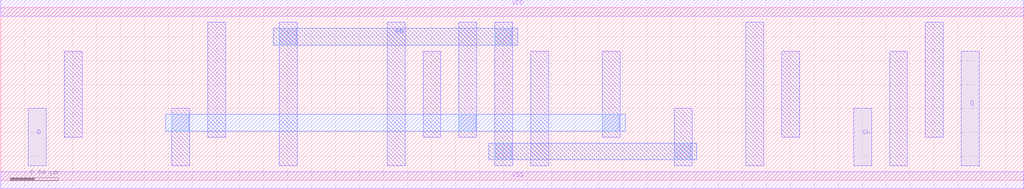
<source format=lef>
VERSION 5.8 ;
BUSBITCHARS "[]" ;
DIVIDERCHAR "/" ;
CLEARANCEMEASURE EUCLIDEAN ;

SITE coresite
    SIZE 0.0450 BY 0.1440 ;
    CLASS CORE ;
    SYMMETRY Y ;
END coresite

MACRO AOI22_X2_6T_3F_45CPP_24M0P_30M1P_24M2P_2MPO_ET_BPR
  CLASS CORE ;
  ORIGIN 0 0 ;
  FOREIGN AOI22_X2_6T_3F_45CPP_24M0P_30M1P_24M2P_2MPO_ET_BPR 0 0 ;
  SIZE 0.4500 BY 0.1440 ;
  SYMMETRY X Y ;
  SITE coresite ;
  PIN A1
    DIRECTION INPUT ;
    USE SIGNAL ;
    PORT
      LAYER M1 ;
        RECT 0.3825 0.0840 0.3975 0.0360 ;
    END
  END A1
  PIN A2
    DIRECTION INPUT ;
    USE SIGNAL ;
    PORT
      LAYER M1 ;
        RECT 0.2625 0.0600 0.2775 0.0120 ;
    END
  END A2
  PIN ZN
    DIRECTION OUTPUT ;
    USE SIGNAL ;
    PORT
      LAYER M1 ;
        RECT 0.3525 0.1320 0.3675 0.0120 ;
    END
  END ZN
  PIN B1
    DIRECTION INPUT ;
    USE SIGNAL ;
    PORT
      LAYER M1 ;
        RECT 0.0525 0.0840 0.0675 0.0360 ;
    END
  END B1
  PIN B2
    DIRECTION INPUT ;
    USE SIGNAL ;
    PORT
      LAYER M1 ;
        RECT 0.1725 0.0600 0.1875 0.0120 ;
    END
  END B2
  PIN VDD
    DIRECTION INOUT ;
    USE POWER ;
    SHAPE ABUTMENT ;
    PORT
      LAYER M0 ;
        RECT 0.0000 0.1370 0.4500 0.1510 ;
    END
  END VDD
  PIN VSS
    DIRECTION INOUT ;
    USE GROUND ;
    SHAPE ABUTMENT ;
    PORT
      LAYER M0 ;
        RECT 0.0000 -0.0070 0.4500 0.0070 ;
    END
  END VSS
  OBS
      LAYER M1 ;
        RECT 0.0225 0.0600 0.0375 0.0120 ;
        RECT 0.2025 0.1320 0.2175 0.0840 ;
        RECT 0.4125 0.0600 0.4275 0.0120 ;
        RECT 0.1425 0.1080 0.1575 0.0600 ;
        RECT 0.0825 0.1080 0.0975 0.0120 ;
        RECT 0.2925 0.1320 0.3075 0.0600 ;
  END
END AOI22_X2_6T_3F_45CPP_24M0P_30M1P_24M2P_2MPO_ET_BPR

MACRO NAND2_X2_6T_3F_45CPP_24M0P_30M1P_24M2P_2MPO_ET_BPR
  CLASS CORE ;
  ORIGIN 0 0 ;
  FOREIGN NAND2_X2_6T_3F_45CPP_24M0P_30M1P_24M2P_2MPO_ET_BPR 0 0 ;
  SIZE 0.2250 BY 0.1440 ;
  SYMMETRY X Y ;
  SITE coresite ;
  PIN A2
    DIRECTION INPUT ;
    USE SIGNAL ;
    PORT
      LAYER M1 ;
        RECT 0.0825 0.0600 0.0975 0.0120 ;
    END
  END A2
  PIN A1
    DIRECTION INPUT ;
    USE SIGNAL ;
    PORT
      LAYER M1 ;
        RECT 0.1725 0.1080 0.1875 0.0600 ;
    END
  END A1
  PIN ZN
    DIRECTION OUTPUT ;
    USE SIGNAL ;
    PORT
      LAYER M1 ;
        RECT 0.1425 0.1080 0.1575 0.0360 ;
    END
  END ZN
  PIN VDD
    DIRECTION INOUT ;
    USE POWER ;
    SHAPE ABUTMENT ;
    PORT
      LAYER M0 ;
        RECT 0.0000 0.1370 0.2250 0.1510 ;
    END
  END VDD
  PIN VSS
    DIRECTION INOUT ;
    USE GROUND ;
    SHAPE ABUTMENT ;
    PORT
      LAYER M0 ;
        RECT 0.0000 -0.0070 0.2250 0.0070 ;
    END
  END VSS
END NAND2_X2_6T_3F_45CPP_24M0P_30M1P_24M2P_2MPO_ET_BPR

MACRO BUF_X2_6T_3F_45CPP_24M0P_30M1P_24M2P_2MPO_ET_BPR
  CLASS CORE ;
  ORIGIN 0 0 ;
  FOREIGN BUF_X2_6T_3F_45CPP_24M0P_30M1P_24M2P_2MPO_ET_BPR 0 0 ;
  SIZE 0.1800 BY 0.1440 ;
  SYMMETRY X Y ;
  SITE coresite ;
  PIN Z
    DIRECTION OUTPUT ;
    USE SIGNAL ;
    PORT
      LAYER M1 ;
        RECT 0.1125 0.1080 0.1275 0.0120 ;
    END
  END Z
  PIN I
    DIRECTION INPUT ;
    USE SIGNAL ;
    PORT
      LAYER M1 ;
        RECT 0.0525 0.0600 0.0675 0.0120 ;
    END
  END I
  PIN VDD
    DIRECTION INOUT ;
    USE POWER ;
    SHAPE ABUTMENT ;
    PORT
      LAYER M0 ;
        RECT 0.0000 0.1370 0.1800 0.1510 ;
    END
  END VDD
  PIN VSS
    DIRECTION INOUT ;
    USE GROUND ;
    SHAPE ABUTMENT ;
    PORT
      LAYER M0 ;
        RECT 0.0000 -0.0070 0.1800 0.0070 ;
    END
  END VSS
  OBS
      LAYER M1 ;
        RECT 0.0225 0.1080 0.0375 0.0360 ;
  END
END BUF_X2_6T_3F_45CPP_24M0P_30M1P_24M2P_2MPO_ET_BPR

MACRO NOR3_X1_6T_3F_45CPP_24M0P_30M1P_24M2P_2MPO_ET_BPR
  CLASS CORE ;
  ORIGIN 0 0 ;
  FOREIGN NOR3_X1_6T_3F_45CPP_24M0P_30M1P_24M2P_2MPO_ET_BPR 0 0 ;
  SIZE 0.1800 BY 0.1440 ;
  SYMMETRY X Y ;
  SITE coresite ;
  PIN A3
    DIRECTION INPUT ;
    USE SIGNAL ;
    PORT
      LAYER M1 ;
        RECT 0.1425 0.0600 0.1575 0.0120 ;
    END
  END A3
  PIN A2
    DIRECTION INPUT ;
    USE SIGNAL ;
    PORT
      LAYER M1 ;
        RECT 0.0825 0.1080 0.0975 0.0600 ;
    END
  END A2
  PIN A1
    DIRECTION INPUT ;
    USE SIGNAL ;
    PORT
      LAYER M1 ;
        RECT 0.0525 0.0600 0.0675 0.0120 ;
    END
  END A1
  PIN ZN
    DIRECTION OUTPUT ;
    USE SIGNAL ;
    PORT
      LAYER M1 ;
        RECT 0.0225 0.1080 0.0375 0.0360 ;
    END
  END ZN
  PIN VDD
    DIRECTION INOUT ;
    USE POWER ;
    SHAPE ABUTMENT ;
    PORT
      LAYER M0 ;
        RECT 0.0000 0.1370 0.1800 0.1510 ;
    END
  END VDD
  PIN VSS
    DIRECTION INOUT ;
    USE GROUND ;
    SHAPE ABUTMENT ;
    PORT
      LAYER M0 ;
        RECT 0.0000 -0.0070 0.1800 0.0070 ;
    END
  END VSS
END NOR3_X1_6T_3F_45CPP_24M0P_30M1P_24M2P_2MPO_ET_BPR

MACRO NAND4_X2_6T_3F_45CPP_24M0P_30M1P_24M2P_2MPO_ET_BPR
  CLASS CORE ;
  ORIGIN 0 0 ;
  FOREIGN NAND4_X2_6T_3F_45CPP_24M0P_30M1P_24M2P_2MPO_ET_BPR 0 0 ;
  SIZE 0.4500 BY 0.1440 ;
  SYMMETRY X Y ;
  SITE coresite ;
  PIN ZN
    DIRECTION OUTPUT ;
    USE SIGNAL ;
    PORT
      LAYER M1 ;
        RECT 0.3525 0.1080 0.3675 0.0120 ;
    END
  END ZN
  PIN A1
    DIRECTION INPUT ;
    USE SIGNAL ;
    PORT
      LAYER M1 ;
        RECT 0.3825 0.0840 0.3975 0.0360 ;
    END
  END A1
  PIN A2
    DIRECTION INPUT ;
    USE SIGNAL ;
    PORT
      LAYER M1 ;
        RECT 0.2625 0.0840 0.2775 0.0360 ;
    END
  END A2
  PIN A3
    DIRECTION INPUT ;
    USE SIGNAL ;
    PORT
      LAYER M1 ;
        RECT 0.0525 0.0840 0.0675 0.0360 ;
    END
  END A3
  PIN A4
    DIRECTION INPUT ;
    USE SIGNAL ;
    PORT
      LAYER M1 ;
        RECT 0.1425 0.0600 0.1575 0.0120 ;
    END
  END A4
  PIN VDD
    DIRECTION INOUT ;
    USE POWER ;
    SHAPE ABUTMENT ;
    PORT
      LAYER M0 ;
        RECT 0.0000 0.1370 0.4500 0.1510 ;
    END
  END VDD
  PIN VSS
    DIRECTION INOUT ;
    USE GROUND ;
    SHAPE ABUTMENT ;
    PORT
      LAYER M0 ;
        RECT 0.0000 -0.0070 0.4500 0.0070 ;
    END
  END VSS
  OBS
      LAYER M1 ;
        RECT 0.0825 0.1320 0.0975 0.0120 ;
        RECT 0.2325 0.1320 0.2475 0.0120 ;
        RECT 0.0225 0.0600 0.0375 0.0120 ;
        RECT 0.4125 0.0600 0.4275 0.0120 ;
  END
END NAND4_X2_6T_3F_45CPP_24M0P_30M1P_24M2P_2MPO_ET_BPR

MACRO AND2_X2_6T_3F_45CPP_24M0P_30M1P_24M2P_2MPO_ET_BPR
  CLASS CORE ;
  ORIGIN 0 0 ;
  FOREIGN AND2_X2_6T_3F_45CPP_24M0P_30M1P_24M2P_2MPO_ET_BPR 0 0 ;
  SIZE 0.2250 BY 0.1440 ;
  SYMMETRY X Y ;
  SITE coresite ;
  PIN Z
    DIRECTION OUTPUT ;
    USE SIGNAL ;
    PORT
      LAYER M1 ;
        RECT 0.1425 0.1080 0.1575 0.0360 ;
    END
  END Z
  PIN A1
    DIRECTION INPUT ;
    USE SIGNAL ;
    PORT
      LAYER M1 ;
        RECT 0.0225 0.0840 0.0375 0.0360 ;
    END
  END A1
  PIN A2
    DIRECTION INPUT ;
    USE SIGNAL ;
    PORT
      LAYER M1 ;
        RECT 0.0825 0.0600 0.0975 0.0120 ;
    END
  END A2
  PIN VDD
    DIRECTION INOUT ;
    USE POWER ;
    SHAPE ABUTMENT ;
    PORT
      LAYER M0 ;
        RECT 0.0000 0.1370 0.2250 0.1510 ;
    END
  END VDD
  PIN VSS
    DIRECTION INOUT ;
    USE GROUND ;
    SHAPE ABUTMENT ;
    PORT
      LAYER M0 ;
        RECT 0.0000 -0.0070 0.2250 0.0070 ;
    END
  END VSS
  OBS
      LAYER M1 ;
        RECT 0.0525 0.1080 0.0675 0.0120 ;
  END
END AND2_X2_6T_3F_45CPP_24M0P_30M1P_24M2P_2MPO_ET_BPR

MACRO OR3_X1_6T_3F_45CPP_24M0P_30M1P_24M2P_2MPO_ET_BPR
  CLASS CORE ;
  ORIGIN 0 0 ;
  FOREIGN OR3_X1_6T_3F_45CPP_24M0P_30M1P_24M2P_2MPO_ET_BPR 0 0 ;
  SIZE 0.2250 BY 0.1440 ;
  SYMMETRY X Y ;
  SITE coresite ;
  PIN Z
    DIRECTION OUTPUT ;
    USE SIGNAL ;
    PORT
      LAYER M1 ;
        RECT 0.1725 0.1080 0.1875 0.0120 ;
    END
  END Z
  PIN A1
    DIRECTION INPUT ;
    USE SIGNAL ;
    PORT
      LAYER M1 ;
        RECT 0.0525 0.0600 0.0675 0.0120 ;
    END
  END A1
  PIN A2
    DIRECTION INPUT ;
    USE SIGNAL ;
    PORT
      LAYER M1 ;
        RECT 0.0825 0.0840 0.0975 0.0360 ;
    END
  END A2
  PIN A3
    DIRECTION INPUT ;
    USE SIGNAL ;
    PORT
      LAYER M1 ;
        RECT 0.1125 0.0600 0.1275 0.0120 ;
    END
  END A3
  PIN VDD
    DIRECTION INOUT ;
    USE POWER ;
    SHAPE ABUTMENT ;
    PORT
      LAYER M0 ;
        RECT 0.0000 0.1370 0.2250 0.1510 ;
    END
  END VDD
  PIN VSS
    DIRECTION INOUT ;
    USE GROUND ;
    SHAPE ABUTMENT ;
    PORT
      LAYER M0 ;
        RECT 0.0000 -0.0070 0.2250 0.0070 ;
    END
  END VSS
  OBS
      LAYER M1 ;
        RECT 0.0225 0.1080 0.0375 0.0360 ;
  END
END OR3_X1_6T_3F_45CPP_24M0P_30M1P_24M2P_2MPO_ET_BPR

MACRO OAI22_X1_6T_3F_45CPP_24M0P_30M1P_24M2P_2MPO_ET_BPR
  CLASS CORE ;
  ORIGIN 0 0 ;
  FOREIGN OAI22_X1_6T_3F_45CPP_24M0P_30M1P_24M2P_2MPO_ET_BPR 0 0 ;
  SIZE 0.2250 BY 0.1440 ;
  SYMMETRY X Y ;
  SITE coresite ;
  PIN A2
    DIRECTION INPUT ;
    USE SIGNAL ;
    PORT
      LAYER M1 ;
        RECT 0.2025 0.0840 0.2175 0.0360 ;
    END
  END A2
  PIN ZN
    DIRECTION OUTPUT ;
    USE SIGNAL ;
    PORT
      LAYER M1 ;
        RECT 0.1725 0.1080 0.1875 0.0360 ;
    END
  END ZN
  PIN A1
    DIRECTION INPUT ;
    USE SIGNAL ;
    PORT
      LAYER M1 ;
        RECT 0.1125 0.0840 0.1275 0.0360 ;
    END
  END A1
  PIN B1
    DIRECTION INPUT ;
    USE SIGNAL ;
    PORT
      LAYER M1 ;
        RECT 0.0825 0.0840 0.0975 0.0360 ;
    END
  END B1
  PIN B2
    DIRECTION INPUT ;
    USE SIGNAL ;
    PORT
      LAYER M1 ;
        RECT 0.0225 0.0600 0.0375 0.0120 ;
    END
  END B2
  PIN VDD
    DIRECTION INOUT ;
    USE POWER ;
    SHAPE ABUTMENT ;
    PORT
      LAYER M0 ;
        RECT 0.0000 0.1370 0.2250 0.1510 ;
    END
  END VDD
  PIN VSS
    DIRECTION INOUT ;
    USE GROUND ;
    SHAPE ABUTMENT ;
    PORT
      LAYER M0 ;
        RECT 0.0000 -0.0070 0.2250 0.0070 ;
    END
  END VSS
END OAI22_X1_6T_3F_45CPP_24M0P_30M1P_24M2P_2MPO_ET_BPR

MACRO NOR4_X1_6T_3F_45CPP_24M0P_30M1P_24M2P_2MPO_ET_BPR
  CLASS CORE ;
  ORIGIN 0 0 ;
  FOREIGN NOR4_X1_6T_3F_45CPP_24M0P_30M1P_24M2P_2MPO_ET_BPR 0 0 ;
  SIZE 0.2250 BY 0.1440 ;
  SYMMETRY X Y ;
  SITE coresite ;
  PIN A4
    DIRECTION INPUT ;
    USE SIGNAL ;
    PORT
      LAYER M1 ;
        RECT 0.1725 0.0600 0.1875 0.0120 ;
    END
  END A4
  PIN A3
    DIRECTION INPUT ;
    USE SIGNAL ;
    PORT
      LAYER M1 ;
        RECT 0.1125 0.0600 0.1275 0.0120 ;
    END
  END A3
  PIN A2
    DIRECTION INPUT ;
    USE SIGNAL ;
    PORT
      LAYER M1 ;
        RECT 0.0825 0.0840 0.0975 0.0360 ;
    END
  END A2
  PIN A1
    DIRECTION INPUT ;
    USE SIGNAL ;
    PORT
      LAYER M1 ;
        RECT 0.0525 0.0600 0.0675 0.0120 ;
    END
  END A1
  PIN ZN
    DIRECTION OUTPUT ;
    USE SIGNAL ;
    PORT
      LAYER M1 ;
        RECT 0.0225 0.1080 0.0375 0.0360 ;
    END
  END ZN
  PIN VDD
    DIRECTION INOUT ;
    USE POWER ;
    SHAPE ABUTMENT ;
    PORT
      LAYER M0 ;
        RECT 0.0000 0.1370 0.2250 0.1510 ;
    END
  END VDD
  PIN VSS
    DIRECTION INOUT ;
    USE GROUND ;
    SHAPE ABUTMENT ;
    PORT
      LAYER M0 ;
        RECT 0.0000 -0.0070 0.2250 0.0070 ;
    END
  END VSS
END NOR4_X1_6T_3F_45CPP_24M0P_30M1P_24M2P_2MPO_ET_BPR

MACRO NAND3_X2_6T_3F_45CPP_24M0P_30M1P_24M2P_2MPO_ET_BPR
  CLASS CORE ;
  ORIGIN 0 0 ;
  FOREIGN NAND3_X2_6T_3F_45CPP_24M0P_30M1P_24M2P_2MPO_ET_BPR 0 0 ;
  SIZE 0.3600 BY 0.1440 ;
  SYMMETRY X Y ;
  SITE coresite ;
  PIN A1
    DIRECTION INPUT ;
    USE SIGNAL ;
    PORT
      LAYER M1 ;
        RECT 0.2325 0.0840 0.2475 0.0360 ;
    END
  END A1
  PIN ZN
    DIRECTION OUTPUT ;
    USE SIGNAL ;
    PORT
      LAYER M1 ;
        RECT 0.2925 0.1320 0.3075 0.0360 ;
    END
  END ZN
  PIN A2
    DIRECTION INPUT ;
    USE SIGNAL ;
    PORT
      LAYER M1 ;
        RECT 0.1425 0.0840 0.1575 0.0360 ;
    END
  END A2
  PIN A3
    DIRECTION INPUT ;
    USE SIGNAL ;
    PORT
      LAYER M1 ;
        RECT 0.0525 0.0840 0.0675 0.0360 ;
    END
  END A3
  PIN VDD
    DIRECTION INOUT ;
    USE POWER ;
    SHAPE ABUTMENT ;
    PORT
      LAYER M0 ;
        RECT 0.0000 0.1370 0.3600 0.1510 ;
    END
  END VDD
  PIN VSS
    DIRECTION INOUT ;
    USE GROUND ;
    SHAPE ABUTMENT ;
    PORT
      LAYER M0 ;
        RECT 0.0000 -0.0070 0.3600 0.0070 ;
    END
  END VSS
  OBS
      LAYER M1 ;
        RECT 0.2625 0.1080 0.2775 0.0120 ;
        RECT 0.1725 0.1080 0.1875 0.0360 ;
  END
END NAND3_X2_6T_3F_45CPP_24M0P_30M1P_24M2P_2MPO_ET_BPR

MACRO OAI21_X2_6T_3F_45CPP_24M0P_30M1P_24M2P_2MPO_ET_BPR
  CLASS CORE ;
  ORIGIN 0 0 ;
  FOREIGN OAI21_X2_6T_3F_45CPP_24M0P_30M1P_24M2P_2MPO_ET_BPR 0 0 ;
  SIZE 0.3600 BY 0.1440 ;
  SYMMETRY X Y ;
  SITE coresite ;
  PIN A2
    DIRECTION INPUT ;
    USE SIGNAL ;
    PORT
      LAYER M1 ;
        RECT 0.0825 0.0840 0.0975 0.0360 ;
    END
  END A2
  PIN A1
    DIRECTION INPUT ;
    USE SIGNAL ;
    PORT
      LAYER M1 ;
        RECT 0.2925 0.0840 0.3075 0.0360 ;
    END
  END A1
  PIN ZN
    DIRECTION OUTPUT ;
    USE SIGNAL ;
    PORT
      LAYER M1 ;
        RECT 0.2625 0.1080 0.2775 0.0120 ;
    END
  END ZN
  PIN B
    DIRECTION INPUT ;
    USE SIGNAL ;
    PORT
      LAYER M1 ;
        RECT 0.1725 0.0600 0.1875 0.0120 ;
    END
  END B
  PIN VDD
    DIRECTION INOUT ;
    USE POWER ;
    SHAPE ABUTMENT ;
    PORT
      LAYER M0 ;
        RECT 0.0000 0.1370 0.3600 0.1510 ;
    END
  END VDD
  PIN VSS
    DIRECTION INOUT ;
    USE GROUND ;
    SHAPE ABUTMENT ;
    PORT
      LAYER M0 ;
        RECT 0.0000 -0.0070 0.3600 0.0070 ;
    END
  END VSS
  OBS
      LAYER M1 ;
        RECT 0.3225 0.0600 0.3375 0.0120 ;
        RECT 0.1125 0.1080 0.1275 0.0120 ;
  END
END OAI21_X2_6T_3F_45CPP_24M0P_30M1P_24M2P_2MPO_ET_BPR

MACRO NOR2_X1_6T_3F_45CPP_24M0P_30M1P_24M2P_2MPO_ET_BPR
  CLASS CORE ;
  ORIGIN 0 0 ;
  FOREIGN NOR2_X1_6T_3F_45CPP_24M0P_30M1P_24M2P_2MPO_ET_BPR 0 0 ;
  SIZE 0.1350 BY 0.1440 ;
  SYMMETRY X Y ;
  SITE coresite ;
  PIN A2
    DIRECTION INPUT ;
    USE SIGNAL ;
    PORT
      LAYER M1 ;
        RECT 0.0825 0.0600 0.0975 0.0120 ;
    END
  END A2
  PIN A1
    DIRECTION INPUT ;
    USE SIGNAL ;
    PORT
      LAYER M1 ;
        RECT 0.0225 0.0600 0.0375 0.0120 ;
    END
  END A1
  PIN ZN
    DIRECTION OUTPUT ;
    USE SIGNAL ;
    PORT
      LAYER M1 ;
        RECT 0.0525 0.1080 0.0675 0.0120 ;
    END
  END ZN
  PIN VDD
    DIRECTION INOUT ;
    USE POWER ;
    SHAPE ABUTMENT ;
    PORT
      LAYER M0 ;
        RECT 0.0000 0.1370 0.1350 0.1510 ;
    END
  END VDD
  PIN VSS
    DIRECTION INOUT ;
    USE GROUND ;
    SHAPE ABUTMENT ;
    PORT
      LAYER M0 ;
        RECT 0.0000 -0.0070 0.1350 0.0070 ;
    END
  END VSS
END NOR2_X1_6T_3F_45CPP_24M0P_30M1P_24M2P_2MPO_ET_BPR

MACRO AND3_X2_6T_3F_45CPP_24M0P_30M1P_24M2P_2MPO_ET_BPR
  CLASS CORE ;
  ORIGIN 0 0 ;
  FOREIGN AND3_X2_6T_3F_45CPP_24M0P_30M1P_24M2P_2MPO_ET_BPR 0 0 ;
  SIZE 0.2700 BY 0.1440 ;
  SYMMETRY X Y ;
  SITE coresite ;
  PIN Z
    DIRECTION OUTPUT ;
    USE SIGNAL ;
    PORT
      LAYER M1 ;
        RECT 0.2025 0.1080 0.2175 0.0120 ;
    END
  END Z
  PIN A3
    DIRECTION INPUT ;
    USE SIGNAL ;
    PORT
      LAYER M1 ;
        RECT 0.1425 0.0600 0.1575 0.0120 ;
    END
  END A3
  PIN A1
    DIRECTION INPUT ;
    USE SIGNAL ;
    PORT
      LAYER M1 ;
        RECT 0.0525 0.1080 0.0675 0.0600 ;
    END
  END A1
  PIN A2
    DIRECTION INPUT ;
    USE SIGNAL ;
    PORT
      LAYER M1 ;
        RECT 0.0825 0.0600 0.0975 0.0120 ;
    END
  END A2
  PIN VDD
    DIRECTION INOUT ;
    USE POWER ;
    SHAPE ABUTMENT ;
    PORT
      LAYER M0 ;
        RECT 0.0000 0.1370 0.2700 0.1510 ;
    END
  END VDD
  PIN VSS
    DIRECTION INOUT ;
    USE GROUND ;
    SHAPE ABUTMENT ;
    PORT
      LAYER M0 ;
        RECT 0.0000 -0.0070 0.2700 0.0070 ;
    END
  END VSS
  OBS
      LAYER M1 ;
        RECT 0.0225 0.1080 0.0375 0.0120 ;
  END
END AND3_X2_6T_3F_45CPP_24M0P_30M1P_24M2P_2MPO_ET_BPR

MACRO OR2_X1_6T_3F_45CPP_24M0P_30M1P_24M2P_2MPO_ET_BPR
  CLASS CORE ;
  ORIGIN 0 0 ;
  FOREIGN OR2_X1_6T_3F_45CPP_24M0P_30M1P_24M2P_2MPO_ET_BPR 0 0 ;
  SIZE 0.1800 BY 0.1440 ;
  SYMMETRY X Y ;
  SITE coresite ;
  PIN Z
    DIRECTION OUTPUT ;
    USE SIGNAL ;
    PORT
      LAYER M1 ;
        RECT 0.1425 0.1080 0.1575 0.0120 ;
    END
  END Z
  PIN A1
    DIRECTION INPUT ;
    USE SIGNAL ;
    PORT
      LAYER M1 ;
        RECT 0.0225 0.0600 0.0375 0.0120 ;
    END
  END A1
  PIN A2
    DIRECTION INPUT ;
    USE SIGNAL ;
    PORT
      LAYER M1 ;
        RECT 0.0825 0.0600 0.0975 0.0120 ;
    END
  END A2
  PIN VDD
    DIRECTION INOUT ;
    USE POWER ;
    SHAPE ABUTMENT ;
    PORT
      LAYER M0 ;
        RECT 0.0000 0.1370 0.1800 0.1510 ;
    END
  END VDD
  PIN VSS
    DIRECTION INOUT ;
    USE GROUND ;
    SHAPE ABUTMENT ;
    PORT
      LAYER M0 ;
        RECT 0.0000 -0.0070 0.1800 0.0070 ;
    END
  END VSS
  OBS
      LAYER M1 ;
        RECT 0.0525 0.1080 0.0675 0.0360 ;
  END
END OR2_X1_6T_3F_45CPP_24M0P_30M1P_24M2P_2MPO_ET_BPR

MACRO AOI21_X1_6T_3F_45CPP_24M0P_30M1P_24M2P_2MPO_ET_BPR
  CLASS CORE ;
  ORIGIN 0 0 ;
  FOREIGN AOI21_X1_6T_3F_45CPP_24M0P_30M1P_24M2P_2MPO_ET_BPR 0 0 ;
  SIZE 0.1800 BY 0.1440 ;
  SYMMETRY X Y ;
  SITE coresite ;
  PIN B
    DIRECTION INPUT ;
    USE SIGNAL ;
    PORT
      LAYER M1 ;
        RECT 0.1425 0.0600 0.1575 0.0120 ;
    END
  END B
  PIN ZN
    DIRECTION OUTPUT ;
    USE SIGNAL ;
    PORT
      LAYER M1 ;
        RECT 0.0825 0.1080 0.0975 0.0360 ;
    END
  END ZN
  PIN A1
    DIRECTION INPUT ;
    USE SIGNAL ;
    PORT
      LAYER M1 ;
        RECT 0.0525 0.0600 0.0675 0.0120 ;
    END
  END A1
  PIN A2
    DIRECTION INPUT ;
    USE SIGNAL ;
    PORT
      LAYER M1 ;
        RECT 0.0225 0.0600 0.0375 0.0120 ;
    END
  END A2
  PIN VDD
    DIRECTION INOUT ;
    USE POWER ;
    SHAPE ABUTMENT ;
    PORT
      LAYER M0 ;
        RECT 0.0000 0.1370 0.1800 0.1510 ;
    END
  END VDD
  PIN VSS
    DIRECTION INOUT ;
    USE GROUND ;
    SHAPE ABUTMENT ;
    PORT
      LAYER M0 ;
        RECT 0.0000 -0.0070 0.1800 0.0070 ;
    END
  END VSS
END AOI21_X1_6T_3F_45CPP_24M0P_30M1P_24M2P_2MPO_ET_BPR

MACRO INV_X2_6T_3F_45CPP_24M0P_30M1P_24M2P_2MPO_ET_BPR
  CLASS CORE ;
  ORIGIN 0 0 ;
  FOREIGN INV_X2_6T_3F_45CPP_24M0P_30M1P_24M2P_2MPO_ET_BPR 0 0 ;
  SIZE 0.1350 BY 0.1440 ;
  SYMMETRY X Y ;
  SITE coresite ;
  PIN ZN
    DIRECTION OUTPUT ;
    USE SIGNAL ;
    PORT
      LAYER M1 ;
        RECT 0.0825 0.1080 0.0975 0.0360 ;
    END
  END ZN
  PIN I
    DIRECTION INPUT ;
    USE SIGNAL ;
    PORT
      LAYER M1 ;
        RECT 0.0525 0.0600 0.0675 0.0120 ;
    END
  END I
  PIN VDD
    DIRECTION INOUT ;
    USE POWER ;
    SHAPE ABUTMENT ;
    PORT
      LAYER M0 ;
        RECT 0.0000 0.1370 0.1350 0.1510 ;
    END
  END VDD
  PIN VSS
    DIRECTION INOUT ;
    USE GROUND ;
    SHAPE ABUTMENT ;
    PORT
      LAYER M0 ;
        RECT 0.0000 -0.0070 0.1350 0.0070 ;
    END
  END VSS
END INV_X2_6T_3F_45CPP_24M0P_30M1P_24M2P_2MPO_ET_BPR

MACRO DFFRNQ_X1_6T_3F_45CPP_24M0P_30M1P_24M2P_2MPO_ET_BPR
  CLASS CORE ;
  ORIGIN 0 0 ;
  FOREIGN DFFRNQ_X1_6T_3F_45CPP_24M0P_30M1P_24M2P_2MPO_ET_BPR 0 0 ;
  SIZE 0.8550 BY 0.1440 ;
  SYMMETRY X Y ;
  SITE coresite ;
  PIN Q
    DIRECTION OUTPUT ;
    USE SIGNAL ;
    PORT
      LAYER M1 ;
        RECT 0.8025 0.1080 0.8175 0.0120 ;
    END
  END Q
  PIN RN
    DIRECTION INPUT ;
    USE SIGNAL ;
    PORT
      LAYER M2 ;
        RECT 0.4080 0.0170 0.5820 0.0310 ;
        RECT 0.2280 0.1130 0.4320 0.1270 ;
    END
  END RN
  PIN D
    DIRECTION INPUT ;
    USE SIGNAL ;
    PORT
      LAYER M1 ;
        RECT 0.0225 0.0600 0.0375 0.0120 ;
    END
  END D
  PIN CK
    DIRECTION INPUT ;
    USE SIGNAL ;
    PORT
      LAYER M1 ;
        RECT 0.7125 0.0600 0.7275 0.0120 ;
    END
  END CK
  PIN VDD
    DIRECTION INOUT ;
    USE POWER ;
    SHAPE ABUTMENT ;
    PORT
      LAYER M0 ;
        RECT 0.0000 0.1370 0.8550 0.1510 ;
    END
  END VDD
  PIN VSS
    DIRECTION INOUT ;
    USE GROUND ;
    SHAPE ABUTMENT ;
    PORT
      LAYER M0 ;
        RECT 0.0000 -0.0070 0.8550 0.0070 ;
    END
  END VSS
  OBS
      LAYER V1 ;
        RECT 0.5030 0.0410 0.5170 0.0550 ;
        RECT 0.3830 0.0410 0.3970 0.0550 ;
        RECT 0.1430 0.0410 0.1570 0.0550 ;
        RECT 0.5630 0.0170 0.5770 0.0310 ;
        RECT 0.4130 0.0170 0.4270 0.0310 ;
        RECT 0.4130 0.1130 0.4270 0.1270 ;
        RECT 0.2330 0.1130 0.2470 0.1270 ;
      LAYER M1 ;
        RECT 0.4425 0.1080 0.4575 0.0120 ;
        RECT 0.6225 0.1320 0.6375 0.0120 ;
        RECT 0.1725 0.1320 0.1875 0.0360 ;
        RECT 0.3825 0.1320 0.3975 0.0360 ;
        RECT 0.7425 0.1080 0.7575 0.0120 ;
        RECT 0.5025 0.1080 0.5175 0.0360 ;
        RECT 0.3525 0.1080 0.3675 0.0360 ;
        RECT 0.6525 0.1080 0.6675 0.0360 ;
        RECT 0.0525 0.1080 0.0675 0.0360 ;
        RECT 0.3225 0.1320 0.3375 0.0120 ;
        RECT 0.7725 0.1320 0.7875 0.0360 ;
        RECT 0.1425 0.0600 0.1575 0.0120 ;
        RECT 0.4125 0.1320 0.4275 0.0120 ;
        RECT 0.2325 0.1320 0.2475 0.0120 ;
        RECT 0.5625 0.0600 0.5775 0.0120 ;
      LAYER M2 ;
        RECT 0.1380 0.0410 0.5220 0.0550 ;
  END
END DFFRNQ_X1_6T_3F_45CPP_24M0P_30M1P_24M2P_2MPO_ET_BPR

MACRO OR3_X2_6T_3F_45CPP_24M0P_30M1P_24M2P_2MPO_ET_BPR
  CLASS CORE ;
  ORIGIN 0 0 ;
  FOREIGN OR3_X2_6T_3F_45CPP_24M0P_30M1P_24M2P_2MPO_ET_BPR 0 0 ;
  SIZE 0.2700 BY 0.1440 ;
  SYMMETRY X Y ;
  SITE coresite ;
  PIN Z
    DIRECTION OUTPUT ;
    USE SIGNAL ;
    PORT
      LAYER M1 ;
        RECT 0.2025 0.1080 0.2175 0.0120 ;
    END
  END Z
  PIN A3
    DIRECTION INPUT ;
    USE SIGNAL ;
    PORT
      LAYER M1 ;
        RECT 0.1425 0.0600 0.1575 0.0120 ;
    END
  END A3
  PIN A1
    DIRECTION INPUT ;
    USE SIGNAL ;
    PORT
      LAYER M1 ;
        RECT 0.0525 0.0840 0.0675 0.0360 ;
    END
  END A1
  PIN A2
    DIRECTION INPUT ;
    USE SIGNAL ;
    PORT
      LAYER M1 ;
        RECT 0.0825 0.0600 0.0975 0.0120 ;
    END
  END A2
  PIN VDD
    DIRECTION INOUT ;
    USE POWER ;
    SHAPE ABUTMENT ;
    PORT
      LAYER M0 ;
        RECT 0.0000 0.1370 0.2700 0.1510 ;
    END
  END VDD
  PIN VSS
    DIRECTION INOUT ;
    USE GROUND ;
    SHAPE ABUTMENT ;
    PORT
      LAYER M0 ;
        RECT 0.0000 -0.0070 0.2700 0.0070 ;
    END
  END VSS
  OBS
      LAYER M1 ;
        RECT 0.0225 0.1320 0.0375 0.0120 ;
  END
END OR3_X2_6T_3F_45CPP_24M0P_30M1P_24M2P_2MPO_ET_BPR

MACRO OAI22_X2_6T_3F_45CPP_24M0P_30M1P_24M2P_2MPO_ET_BPR
  CLASS CORE ;
  ORIGIN 0 0 ;
  FOREIGN OAI22_X2_6T_3F_45CPP_24M0P_30M1P_24M2P_2MPO_ET_BPR 0 0 ;
  SIZE 0.4500 BY 0.1440 ;
  SYMMETRY X Y ;
  SITE coresite ;
  PIN A1
    DIRECTION INPUT ;
    USE SIGNAL ;
    PORT
      LAYER M1 ;
        RECT 0.2925 0.0840 0.3075 0.0360 ;
    END
  END A1
  PIN ZN
    DIRECTION OUTPUT ;
    USE SIGNAL ;
    PORT
      LAYER M1 ;
        RECT 0.2625 0.1320 0.2775 0.0120 ;
    END
  END ZN
  PIN A2
    DIRECTION INPUT ;
    USE SIGNAL ;
    PORT
      LAYER M1 ;
        RECT 0.3825 0.0840 0.3975 0.0360 ;
    END
  END A2
  PIN B1
    DIRECTION INPUT ;
    USE SIGNAL ;
    PORT
      LAYER M1 ;
        RECT 0.1725 0.0600 0.1875 0.0120 ;
    END
  END B1
  PIN B2
    DIRECTION INPUT ;
    USE SIGNAL ;
    PORT
      LAYER M1 ;
        RECT 0.0525 0.0600 0.0675 0.0120 ;
    END
  END B2
  PIN VDD
    DIRECTION INOUT ;
    USE POWER ;
    SHAPE ABUTMENT ;
    PORT
      LAYER M0 ;
        RECT 0.0000 0.1370 0.4500 0.1510 ;
    END
  END VDD
  PIN VSS
    DIRECTION INOUT ;
    USE GROUND ;
    SHAPE ABUTMENT ;
    PORT
      LAYER M0 ;
        RECT 0.0000 -0.0070 0.4500 0.0070 ;
    END
  END VSS
  OBS
      LAYER M1 ;
        RECT 0.4125 0.0600 0.4275 0.0120 ;
  END
END OAI22_X2_6T_3F_45CPP_24M0P_30M1P_24M2P_2MPO_ET_BPR

MACRO INV_X8_6T_3F_45CPP_24M0P_30M1P_24M2P_2MPO_ET_BPR
  CLASS CORE ;
  ORIGIN 0 0 ;
  FOREIGN INV_X8_6T_3F_45CPP_24M0P_30M1P_24M2P_2MPO_ET_BPR 0 0 ;
  SIZE 0.4050 BY 0.1440 ;
  SYMMETRY X Y ;
  SITE coresite ;
  PIN ZN
    DIRECTION OUTPUT ;
    USE SIGNAL ;
    PORT
      LAYER M1 ;
        RECT 0.1425 0.1080 0.1575 0.0360 ;
    END
  END ZN
  PIN I
    DIRECTION INPUT ;
    USE SIGNAL ;
    PORT
      LAYER M1 ;
        RECT 0.0825 0.0600 0.0975 0.0120 ;
    END
  END I
  PIN VDD
    DIRECTION INOUT ;
    USE POWER ;
    SHAPE ABUTMENT ;
    PORT
      LAYER M0 ;
        RECT 0.0000 0.1370 0.4050 0.1510 ;
    END
  END VDD
  PIN VSS
    DIRECTION INOUT ;
    USE GROUND ;
    SHAPE ABUTMENT ;
    PORT
      LAYER M0 ;
        RECT 0.0000 -0.0070 0.4050 0.0070 ;
    END
  END VSS
END INV_X8_6T_3F_45CPP_24M0P_30M1P_24M2P_2MPO_ET_BPR

MACRO AND2_X1_6T_3F_45CPP_24M0P_30M1P_24M2P_2MPO_ET_BPR
  CLASS CORE ;
  ORIGIN 0 0 ;
  FOREIGN AND2_X1_6T_3F_45CPP_24M0P_30M1P_24M2P_2MPO_ET_BPR 0 0 ;
  SIZE 0.1800 BY 0.1440 ;
  SYMMETRY X Y ;
  SITE coresite ;
  PIN Z
    DIRECTION OUTPUT ;
    USE SIGNAL ;
    PORT
      LAYER M1 ;
        RECT 0.1425 0.1080 0.1575 0.0120 ;
    END
  END Z
  PIN A1
    DIRECTION INPUT ;
    USE SIGNAL ;
    PORT
      LAYER M1 ;
        RECT 0.0225 0.0600 0.0375 0.0120 ;
    END
  END A1
  PIN A2
    DIRECTION INPUT ;
    USE SIGNAL ;
    PORT
      LAYER M1 ;
        RECT 0.0825 0.0600 0.0975 0.0120 ;
    END
  END A2
  PIN VDD
    DIRECTION INOUT ;
    USE POWER ;
    SHAPE ABUTMENT ;
    PORT
      LAYER M0 ;
        RECT 0.0000 0.1370 0.1800 0.1510 ;
    END
  END VDD
  PIN VSS
    DIRECTION INOUT ;
    USE GROUND ;
    SHAPE ABUTMENT ;
    PORT
      LAYER M0 ;
        RECT 0.0000 -0.0070 0.1800 0.0070 ;
    END
  END VSS
  OBS
      LAYER M1 ;
        RECT 0.0525 0.1080 0.0675 0.0360 ;
  END
END AND2_X1_6T_3F_45CPP_24M0P_30M1P_24M2P_2MPO_ET_BPR

MACRO INV_X4_6T_3F_45CPP_24M0P_30M1P_24M2P_2MPO_ET_BPR
  CLASS CORE ;
  ORIGIN 0 0 ;
  FOREIGN INV_X4_6T_3F_45CPP_24M0P_30M1P_24M2P_2MPO_ET_BPR 0 0 ;
  SIZE 0.2250 BY 0.1440 ;
  SYMMETRY X Y ;
  SITE coresite ;
  PIN ZN
    DIRECTION OUTPUT ;
    USE SIGNAL ;
    PORT
      LAYER M1 ;
        RECT 0.1425 0.1080 0.1575 0.0360 ;
    END
  END ZN
  PIN I
    DIRECTION INPUT ;
    USE SIGNAL ;
    PORT
      LAYER M1 ;
        RECT 0.0825 0.0600 0.0975 0.0120 ;
    END
  END I
  PIN VDD
    DIRECTION INOUT ;
    USE POWER ;
    SHAPE ABUTMENT ;
    PORT
      LAYER M0 ;
        RECT 0.0000 0.1370 0.2250 0.1510 ;
    END
  END VDD
  PIN VSS
    DIRECTION INOUT ;
    USE GROUND ;
    SHAPE ABUTMENT ;
    PORT
      LAYER M0 ;
        RECT 0.0000 -0.0070 0.2250 0.0070 ;
    END
  END VSS
END INV_X4_6T_3F_45CPP_24M0P_30M1P_24M2P_2MPO_ET_BPR

MACRO NAND4_X1_6T_3F_45CPP_24M0P_30M1P_24M2P_2MPO_ET_BPR
  CLASS CORE ;
  ORIGIN 0 0 ;
  FOREIGN NAND4_X1_6T_3F_45CPP_24M0P_30M1P_24M2P_2MPO_ET_BPR 0 0 ;
  SIZE 0.2250 BY 0.1440 ;
  SYMMETRY X Y ;
  SITE coresite ;
  PIN ZN
    DIRECTION OUTPUT ;
    USE SIGNAL ;
    PORT
      LAYER M1 ;
        RECT 0.1425 0.1080 0.1575 0.0360 ;
    END
  END ZN
  PIN A1
    DIRECTION INPUT ;
    USE SIGNAL ;
    PORT
      LAYER M1 ;
        RECT 0.1725 0.0600 0.1875 0.0120 ;
    END
  END A1
  PIN A2
    DIRECTION INPUT ;
    USE SIGNAL ;
    PORT
      LAYER M1 ;
        RECT 0.1125 0.0600 0.1275 0.0120 ;
    END
  END A2
  PIN A3
    DIRECTION INPUT ;
    USE SIGNAL ;
    PORT
      LAYER M1 ;
        RECT 0.0825 0.0840 0.0975 0.0360 ;
    END
  END A3
  PIN A4
    DIRECTION INPUT ;
    USE SIGNAL ;
    PORT
      LAYER M1 ;
        RECT 0.0225 0.0600 0.0375 0.0120 ;
    END
  END A4
  PIN VDD
    DIRECTION INOUT ;
    USE POWER ;
    SHAPE ABUTMENT ;
    PORT
      LAYER M0 ;
        RECT 0.0000 0.1370 0.2250 0.1510 ;
    END
  END VDD
  PIN VSS
    DIRECTION INOUT ;
    USE GROUND ;
    SHAPE ABUTMENT ;
    PORT
      LAYER M0 ;
        RECT 0.0000 -0.0070 0.2250 0.0070 ;
    END
  END VSS
END NAND4_X1_6T_3F_45CPP_24M0P_30M1P_24M2P_2MPO_ET_BPR

MACRO NOR3_X2_6T_3F_45CPP_24M0P_30M1P_24M2P_2MPO_ET_BPR
  CLASS CORE ;
  ORIGIN 0 0 ;
  FOREIGN NOR3_X2_6T_3F_45CPP_24M0P_30M1P_24M2P_2MPO_ET_BPR 0 0 ;
  SIZE 0.3600 BY 0.1440 ;
  SYMMETRY X Y ;
  SITE coresite ;
  PIN A3
    DIRECTION INPUT ;
    USE SIGNAL ;
    PORT
      LAYER M1 ;
        RECT 0.2625 0.0600 0.2775 0.0120 ;
    END
  END A3
  PIN A2
    DIRECTION INPUT ;
    USE SIGNAL ;
    PORT
      LAYER M1 ;
        RECT 0.1725 0.0600 0.1875 0.0120 ;
    END
  END A2
  PIN A1
    DIRECTION INPUT ;
    USE SIGNAL ;
    PORT
      LAYER M1 ;
        RECT 0.0525 0.0600 0.0675 0.0120 ;
    END
  END A1
  PIN ZN
    DIRECTION OUTPUT ;
    USE SIGNAL ;
    PORT
      LAYER M1 ;
        RECT 0.0825 0.1080 0.0975 0.0360 ;
    END
  END ZN
  PIN VDD
    DIRECTION INOUT ;
    USE POWER ;
    SHAPE ABUTMENT ;
    PORT
      LAYER M0 ;
        RECT 0.0000 0.1370 0.3600 0.1510 ;
    END
  END VDD
  PIN VSS
    DIRECTION INOUT ;
    USE GROUND ;
    SHAPE ABUTMENT ;
    PORT
      LAYER M0 ;
        RECT 0.0000 -0.0070 0.3600 0.0070 ;
    END
  END VSS
END NOR3_X2_6T_3F_45CPP_24M0P_30M1P_24M2P_2MPO_ET_BPR

MACRO XOR2_X1_6T_3F_45CPP_24M0P_30M1P_24M2P_2MPO_ET_BPR
  CLASS CORE ;
  ORIGIN 0 0 ;
  FOREIGN XOR2_X1_6T_3F_45CPP_24M0P_30M1P_24M2P_2MPO_ET_BPR 0 0 ;
  SIZE 0.2700 BY 0.1440 ;
  SYMMETRY X Y ;
  SITE coresite ;
  PIN Z
    DIRECTION OUTPUT ;
    USE SIGNAL ;
    PORT
      LAYER M1 ;
        RECT 0.1725 0.1080 0.1875 0.0120 ;
    END
  END Z
  PIN A1
    DIRECTION INPUT ;
    USE SIGNAL ;
    PORT
      LAYER M1 ;
        RECT 0.1425 0.1080 0.1575 0.0600 ;
    END
  END A1
  PIN A2
    DIRECTION INPUT ;
    USE SIGNAL ;
    PORT
      LAYER M1 ;
        RECT 0.2325 0.0600 0.2475 0.0120 ;
    END
  END A2
  PIN VDD
    DIRECTION INOUT ;
    USE POWER ;
    SHAPE ABUTMENT ;
    PORT
      LAYER M0 ;
        RECT 0.0000 0.1370 0.2700 0.1510 ;
    END
  END VDD
  PIN VSS
    DIRECTION INOUT ;
    USE GROUND ;
    SHAPE ABUTMENT ;
    PORT
      LAYER M0 ;
        RECT 0.0000 -0.0070 0.2700 0.0070 ;
    END
  END VSS
  OBS
      LAYER M1 ;
        RECT 0.0825 0.1080 0.0975 0.0120 ;
  END
END XOR2_X1_6T_3F_45CPP_24M0P_30M1P_24M2P_2MPO_ET_BPR

MACRO LHQ_X1_6T_3F_45CPP_24M0P_30M1P_24M2P_2MPO_ET_BPR
  CLASS CORE ;
  ORIGIN 0 0 ;
  FOREIGN LHQ_X1_6T_3F_45CPP_24M0P_30M1P_24M2P_2MPO_ET_BPR 0 0 ;
  SIZE 0.4950 BY 0.1440 ;
  SYMMETRY X Y ;
  SITE coresite ;
  PIN Q
    DIRECTION OUTPUT ;
    USE SIGNAL ;
    PORT
      LAYER M1 ;
        RECT 0.1125 0.1080 0.1275 0.0360 ;
    END
  END Q
  PIN D
    DIRECTION INPUT ;
    USE SIGNAL ;
    PORT
      LAYER M1 ;
        RECT 0.2625 0.0600 0.2775 0.0120 ;
    END
  END D
  PIN E
    DIRECTION INPUT ;
    USE SIGNAL ;
    PORT
      LAYER M1 ;
        RECT 0.0525 0.0600 0.0675 0.0120 ;
    END
  END E
  PIN VDD
    DIRECTION INOUT ;
    USE POWER ;
    SHAPE ABUTMENT ;
    PORT
      LAYER M0 ;
        RECT 0.0000 0.1370 0.4950 0.1510 ;
    END
  END VDD
  PIN VSS
    DIRECTION INOUT ;
    USE GROUND ;
    SHAPE ABUTMENT ;
    PORT
      LAYER M0 ;
        RECT 0.0000 -0.0070 0.4950 0.0070 ;
    END
  END VSS
  OBS
      LAYER M1 ;
        RECT 0.3525 0.1320 0.3675 0.0120 ;
        RECT 0.2025 0.1080 0.2175 0.0120 ;
        RECT 0.4725 0.1080 0.4875 0.0120 ;
        RECT 0.0225 0.1080 0.0375 0.0120 ;
        RECT 0.4125 0.1080 0.4275 0.0360 ;
  END
END LHQ_X1_6T_3F_45CPP_24M0P_30M1P_24M2P_2MPO_ET_BPR

MACRO BUF_X1_6T_3F_45CPP_24M0P_30M1P_24M2P_2MPO_ET_BPR
  CLASS CORE ;
  ORIGIN 0 0 ;
  FOREIGN BUF_X1_6T_3F_45CPP_24M0P_30M1P_24M2P_2MPO_ET_BPR 0 0 ;
  SIZE 0.1350 BY 0.1440 ;
  SYMMETRY X Y ;
  SITE coresite ;
  PIN Z
    DIRECTION OUTPUT ;
    USE SIGNAL ;
    PORT
      LAYER M1 ;
        RECT 0.1125 0.1080 0.1275 0.0360 ;
    END
  END Z
  PIN I
    DIRECTION INPUT ;
    USE SIGNAL ;
    PORT
      LAYER M1 ;
        RECT 0.0225 0.0600 0.0375 0.0120 ;
    END
  END I
  PIN VDD
    DIRECTION INOUT ;
    USE POWER ;
    SHAPE ABUTMENT ;
    PORT
      LAYER M0 ;
        RECT 0.0000 0.1370 0.1350 0.1510 ;
    END
  END VDD
  PIN VSS
    DIRECTION INOUT ;
    USE GROUND ;
    SHAPE ABUTMENT ;
    PORT
      LAYER M0 ;
        RECT 0.0000 -0.0070 0.1350 0.0070 ;
    END
  END VSS
  OBS
      LAYER M1 ;
        RECT 0.0525 0.1080 0.0675 0.0120 ;
  END
END BUF_X1_6T_3F_45CPP_24M0P_30M1P_24M2P_2MPO_ET_BPR

MACRO NAND2_X1_6T_3F_45CPP_24M0P_30M1P_24M2P_2MPO_ET_BPR
  CLASS CORE ;
  ORIGIN 0 0 ;
  FOREIGN NAND2_X1_6T_3F_45CPP_24M0P_30M1P_24M2P_2MPO_ET_BPR 0 0 ;
  SIZE 0.1350 BY 0.1440 ;
  SYMMETRY X Y ;
  SITE coresite ;
  PIN ZN
    DIRECTION OUTPUT ;
    USE SIGNAL ;
    PORT
      LAYER M1 ;
        RECT 0.0825 0.1080 0.0975 0.0360 ;
    END
  END ZN
  PIN A1
    DIRECTION INPUT ;
    USE SIGNAL ;
    PORT
      LAYER M1 ;
        RECT 0.1125 0.0600 0.1275 0.0120 ;
    END
  END A1
  PIN A2
    DIRECTION INPUT ;
    USE SIGNAL ;
    PORT
      LAYER M1 ;
        RECT 0.0225 0.0600 0.0375 0.0120 ;
    END
  END A2
  PIN VDD
    DIRECTION INOUT ;
    USE POWER ;
    SHAPE ABUTMENT ;
    PORT
      LAYER M0 ;
        RECT 0.0000 0.1370 0.1350 0.1510 ;
    END
  END VDD
  PIN VSS
    DIRECTION INOUT ;
    USE GROUND ;
    SHAPE ABUTMENT ;
    PORT
      LAYER M0 ;
        RECT 0.0000 -0.0070 0.1350 0.0070 ;
    END
  END VSS
END NAND2_X1_6T_3F_45CPP_24M0P_30M1P_24M2P_2MPO_ET_BPR

MACRO AOI22_X1_6T_3F_45CPP_24M0P_30M1P_24M2P_2MPO_ET_BPR
  CLASS CORE ;
  ORIGIN 0 0 ;
  FOREIGN AOI22_X1_6T_3F_45CPP_24M0P_30M1P_24M2P_2MPO_ET_BPR 0 0 ;
  SIZE 0.2250 BY 0.1440 ;
  SYMMETRY X Y ;
  SITE coresite ;
  PIN A2
    DIRECTION INPUT ;
    USE SIGNAL ;
    PORT
      LAYER M1 ;
        RECT 0.0825 0.0840 0.0975 0.0360 ;
    END
  END A2
  PIN A1
    DIRECTION INPUT ;
    USE SIGNAL ;
    PORT
      LAYER M1 ;
        RECT 0.1125 0.0840 0.1275 0.0360 ;
    END
  END A1
  PIN ZN
    DIRECTION OUTPUT ;
    USE SIGNAL ;
    PORT
      LAYER M1 ;
        RECT 0.1725 0.1080 0.1875 0.0360 ;
    END
  END ZN
  PIN B1
    DIRECTION INPUT ;
    USE SIGNAL ;
    PORT
      LAYER M1 ;
        RECT 0.2025 0.0840 0.2175 0.0360 ;
    END
  END B1
  PIN B2
    DIRECTION INPUT ;
    USE SIGNAL ;
    PORT
      LAYER M1 ;
        RECT 0.0225 0.0600 0.0375 0.0120 ;
    END
  END B2
  PIN VDD
    DIRECTION INOUT ;
    USE POWER ;
    SHAPE ABUTMENT ;
    PORT
      LAYER M0 ;
        RECT 0.0000 0.1370 0.2250 0.1510 ;
    END
  END VDD
  PIN VSS
    DIRECTION INOUT ;
    USE GROUND ;
    SHAPE ABUTMENT ;
    PORT
      LAYER M0 ;
        RECT 0.0000 -0.0070 0.2250 0.0070 ;
    END
  END VSS
END AOI22_X1_6T_3F_45CPP_24M0P_30M1P_24M2P_2MPO_ET_BPR

MACRO OR2_X2_6T_3F_45CPP_24M0P_30M1P_24M2P_2MPO_ET_BPR
  CLASS CORE ;
  ORIGIN 0 0 ;
  FOREIGN OR2_X2_6T_3F_45CPP_24M0P_30M1P_24M2P_2MPO_ET_BPR 0 0 ;
  SIZE 0.2250 BY 0.1440 ;
  SYMMETRY X Y ;
  SITE coresite ;
  PIN Z
    DIRECTION OUTPUT ;
    USE SIGNAL ;
    PORT
      LAYER M1 ;
        RECT 0.1725 0.1080 0.1875 0.0360 ;
    END
  END Z
  PIN A1
    DIRECTION INPUT ;
    USE SIGNAL ;
    PORT
      LAYER M1 ;
        RECT 0.0225 0.0840 0.0375 0.0360 ;
    END
  END A1
  PIN A2
    DIRECTION INPUT ;
    USE SIGNAL ;
    PORT
      LAYER M1 ;
        RECT 0.0825 0.0600 0.0975 0.0120 ;
    END
  END A2
  PIN VDD
    DIRECTION INOUT ;
    USE POWER ;
    SHAPE ABUTMENT ;
    PORT
      LAYER M0 ;
        RECT 0.0000 0.1370 0.2250 0.1510 ;
    END
  END VDD
  PIN VSS
    DIRECTION INOUT ;
    USE GROUND ;
    SHAPE ABUTMENT ;
    PORT
      LAYER M0 ;
        RECT 0.0000 -0.0070 0.2250 0.0070 ;
    END
  END VSS
  OBS
      LAYER M1 ;
        RECT 0.0525 0.1080 0.0675 0.0120 ;
  END
END OR2_X2_6T_3F_45CPP_24M0P_30M1P_24M2P_2MPO_ET_BPR

MACRO BUF_X8_6T_3F_45CPP_24M0P_30M1P_24M2P_2MPO_ET_BPR
  CLASS CORE ;
  ORIGIN 0 0 ;
  FOREIGN BUF_X8_6T_3F_45CPP_24M0P_30M1P_24M2P_2MPO_ET_BPR 0 0 ;
  SIZE 0.5850 BY 0.1440 ;
  SYMMETRY X Y ;
  SITE coresite ;
  PIN Z
    DIRECTION OUTPUT ;
    USE SIGNAL ;
    PORT
      LAYER M1 ;
        RECT 0.3225 0.1080 0.3375 0.0360 ;
    END
  END Z
  PIN I
    DIRECTION INPUT ;
    USE SIGNAL ;
    PORT
      LAYER M1 ;
        RECT 0.1725 0.0600 0.1875 0.0120 ;
    END
  END I
  PIN VDD
    DIRECTION INOUT ;
    USE POWER ;
    SHAPE ABUTMENT ;
    PORT
      LAYER M0 ;
        RECT 0.0000 0.1370 0.5850 0.1510 ;
    END
  END VDD
  PIN VSS
    DIRECTION INOUT ;
    USE GROUND ;
    SHAPE ABUTMENT ;
    PORT
      LAYER M0 ;
        RECT 0.0000 -0.0070 0.5850 0.0070 ;
    END
  END VSS
  OBS
      LAYER M1 ;
        RECT 0.2625 0.0840 0.2775 0.0120 ;
        RECT 0.1425 0.1080 0.1575 0.0360 ;
  END
END BUF_X8_6T_3F_45CPP_24M0P_30M1P_24M2P_2MPO_ET_BPR

MACRO BUF_X4_6T_3F_45CPP_24M0P_30M1P_24M2P_2MPO_ET_BPR
  CLASS CORE ;
  ORIGIN 0 0 ;
  FOREIGN BUF_X4_6T_3F_45CPP_24M0P_30M1P_24M2P_2MPO_ET_BPR 0 0 ;
  SIZE 0.3150 BY 0.1440 ;
  SYMMETRY X Y ;
  SITE coresite ;
  PIN Z
    DIRECTION OUTPUT ;
    USE SIGNAL ;
    PORT
      LAYER M1 ;
        RECT 0.1725 0.1080 0.1875 0.0360 ;
    END
  END Z
  PIN I
    DIRECTION INPUT ;
    USE SIGNAL ;
    PORT
      LAYER M1 ;
        RECT 0.0525 0.0600 0.0675 0.0120 ;
    END
  END I
  PIN VDD
    DIRECTION INOUT ;
    USE POWER ;
    SHAPE ABUTMENT ;
    PORT
      LAYER M0 ;
        RECT 0.0000 0.1370 0.3150 0.1510 ;
    END
  END VDD
  PIN VSS
    DIRECTION INOUT ;
    USE GROUND ;
    SHAPE ABUTMENT ;
    PORT
      LAYER M0 ;
        RECT 0.0000 -0.0070 0.3150 0.0070 ;
    END
  END VSS
  OBS
      LAYER M1 ;
        RECT 0.0825 0.1080 0.0975 0.0360 ;
        RECT 0.1425 0.0840 0.1575 0.0120 ;
  END
END BUF_X4_6T_3F_45CPP_24M0P_30M1P_24M2P_2MPO_ET_BPR

MACRO AOI21_X2_6T_3F_45CPP_24M0P_30M1P_24M2P_2MPO_ET_BPR
  CLASS CORE ;
  ORIGIN 0 0 ;
  FOREIGN AOI21_X2_6T_3F_45CPP_24M0P_30M1P_24M2P_2MPO_ET_BPR 0 0 ;
  SIZE 0.3600 BY 0.1440 ;
  SYMMETRY X Y ;
  SITE coresite ;
  PIN A1
    DIRECTION INPUT ;
    USE SIGNAL ;
    PORT
      LAYER M1 ;
        RECT 0.2625 0.0840 0.2775 0.0360 ;
    END
  END A1
  PIN A2
    DIRECTION INPUT ;
    USE SIGNAL ;
    PORT
      LAYER M1 ;
        RECT 0.1125 0.0840 0.1275 0.0120 ;
    END
  END A2
  PIN ZN
    DIRECTION OUTPUT ;
    USE SIGNAL ;
    PORT
      LAYER M1 ;
        RECT 0.2025 0.1320 0.2175 0.0120 ;
    END
  END ZN
  PIN B
    DIRECTION INPUT ;
    USE SIGNAL ;
    PORT
      LAYER M1 ;
        RECT 0.1725 0.0840 0.1875 0.0360 ;
    END
  END B
  PIN VDD
    DIRECTION INOUT ;
    USE POWER ;
    SHAPE ABUTMENT ;
    PORT
      LAYER M0 ;
        RECT 0.0000 0.1370 0.3600 0.1510 ;
    END
  END VDD
  PIN VSS
    DIRECTION INOUT ;
    USE GROUND ;
    SHAPE ABUTMENT ;
    PORT
      LAYER M0 ;
        RECT 0.0000 -0.0070 0.3600 0.0070 ;
    END
  END VSS
END AOI21_X2_6T_3F_45CPP_24M0P_30M1P_24M2P_2MPO_ET_BPR

MACRO INV_X1_6T_3F_45CPP_24M0P_30M1P_24M2P_2MPO_ET_BPR
  CLASS CORE ;
  ORIGIN 0 0 ;
  FOREIGN INV_X1_6T_3F_45CPP_24M0P_30M1P_24M2P_2MPO_ET_BPR 0 0 ;
  SIZE 0.0900 BY 0.1440 ;
  SYMMETRY X Y ;
  SITE coresite ;
  PIN ZN
    DIRECTION OUTPUT ;
    USE SIGNAL ;
    PORT
      LAYER M1 ;
        RECT 0.0525 0.1080 0.0675 0.0360 ;
    END
  END ZN
  PIN I
    DIRECTION INPUT ;
    USE SIGNAL ;
    PORT
      LAYER M1 ;
        RECT 0.0225 0.0600 0.0375 0.0120 ;
    END
  END I
  PIN VDD
    DIRECTION INOUT ;
    USE POWER ;
    SHAPE ABUTMENT ;
    PORT
      LAYER M0 ;
        RECT 0.0000 0.1370 0.0900 0.1510 ;
    END
  END VDD
  PIN VSS
    DIRECTION INOUT ;
    USE GROUND ;
    SHAPE ABUTMENT ;
    PORT
      LAYER M0 ;
        RECT 0.0000 -0.0070 0.0900 0.0070 ;
    END
  END VSS
END INV_X1_6T_3F_45CPP_24M0P_30M1P_24M2P_2MPO_ET_BPR

MACRO MUX2_X1_6T_3F_45CPP_24M0P_30M1P_24M2P_2MPO_ET_BPR
  CLASS CORE ;
  ORIGIN 0 0 ;
  FOREIGN MUX2_X1_6T_3F_45CPP_24M0P_30M1P_24M2P_2MPO_ET_BPR 0 0 ;
  SIZE 0.3600 BY 0.1440 ;
  SYMMETRY X Y ;
  SITE coresite ;
  PIN Z
    DIRECTION OUTPUT ;
    USE SIGNAL ;
    PORT
      LAYER M1 ;
        RECT 0.3225 0.1320 0.3375 0.0120 ;
    END
  END Z
  PIN I0
    DIRECTION INPUT ;
    USE SIGNAL ;
    PORT
      LAYER M1 ;
        RECT 0.1425 0.0600 0.1575 0.0120 ;
    END
  END I0
  PIN I1
    DIRECTION INPUT ;
    USE SIGNAL ;
    PORT
      LAYER M1 ;
        RECT 0.2625 0.0600 0.2775 0.0120 ;
    END
  END I1
  PIN S
    DIRECTION INPUT ;
    USE SIGNAL ;
    PORT
      LAYER M1 ;
        RECT 0.1125 0.0840 0.1275 0.0360 ;
    END
  END S
  PIN VDD
    DIRECTION INOUT ;
    USE POWER ;
    SHAPE ABUTMENT ;
    PORT
      LAYER M0 ;
        RECT 0.0000 0.1370 0.3600 0.1510 ;
    END
  END VDD
  PIN VSS
    DIRECTION INOUT ;
    USE GROUND ;
    SHAPE ABUTMENT ;
    PORT
      LAYER M0 ;
        RECT 0.0000 -0.0070 0.3600 0.0070 ;
    END
  END VSS
  OBS
      LAYER M1 ;
        RECT 0.0825 0.1080 0.0975 0.0120 ;
        RECT 0.2925 0.1080 0.3075 0.0360 ;
        RECT 0.2025 0.1320 0.2175 0.0120 ;
        RECT 0.2325 0.0840 0.2475 0.0360 ;
        RECT 0.0225 0.0840 0.0375 0.0120 ;
  END
END MUX2_X1_6T_3F_45CPP_24M0P_30M1P_24M2P_2MPO_ET_BPR

MACRO AND3_X1_6T_3F_45CPP_24M0P_30M1P_24M2P_2MPO_ET_BPR
  CLASS CORE ;
  ORIGIN 0 0 ;
  FOREIGN AND3_X1_6T_3F_45CPP_24M0P_30M1P_24M2P_2MPO_ET_BPR 0 0 ;
  SIZE 0.2250 BY 0.1440 ;
  SYMMETRY X Y ;
  SITE coresite ;
  PIN Z
    DIRECTION OUTPUT ;
    USE SIGNAL ;
    PORT
      LAYER M1 ;
        RECT 0.1725 0.1080 0.1875 0.0360 ;
    END
  END Z
  PIN A1
    DIRECTION INPUT ;
    USE SIGNAL ;
    PORT
      LAYER M1 ;
        RECT 0.0225 0.0600 0.0375 0.0120 ;
    END
  END A1
  PIN A2
    DIRECTION INPUT ;
    USE SIGNAL ;
    PORT
      LAYER M1 ;
        RECT 0.0825 0.0840 0.0975 0.0360 ;
    END
  END A2
  PIN A3
    DIRECTION INPUT ;
    USE SIGNAL ;
    PORT
      LAYER M1 ;
        RECT 0.1125 0.0840 0.1275 0.0360 ;
    END
  END A3
  PIN VDD
    DIRECTION INOUT ;
    USE POWER ;
    SHAPE ABUTMENT ;
    PORT
      LAYER M0 ;
        RECT 0.0000 0.1370 0.2250 0.1510 ;
    END
  END VDD
  PIN VSS
    DIRECTION INOUT ;
    USE GROUND ;
    SHAPE ABUTMENT ;
    PORT
      LAYER M0 ;
        RECT 0.0000 -0.0070 0.2250 0.0070 ;
    END
  END VSS
  OBS
      LAYER M1 ;
        RECT 0.0525 0.1080 0.0675 0.0120 ;
  END
END AND3_X1_6T_3F_45CPP_24M0P_30M1P_24M2P_2MPO_ET_BPR

MACRO NOR2_X2_6T_3F_45CPP_24M0P_30M1P_24M2P_2MPO_ET_BPR
  CLASS CORE ;
  ORIGIN 0 0 ;
  FOREIGN NOR2_X2_6T_3F_45CPP_24M0P_30M1P_24M2P_2MPO_ET_BPR 0 0 ;
  SIZE 0.2250 BY 0.1440 ;
  SYMMETRY X Y ;
  SITE coresite ;
  PIN A2
    DIRECTION INPUT ;
    USE SIGNAL ;
    PORT
      LAYER M1 ;
        RECT 0.1725 0.0600 0.1875 0.0120 ;
    END
  END A2
  PIN A1
    DIRECTION INPUT ;
    USE SIGNAL ;
    PORT
      LAYER M1 ;
        RECT 0.0525 0.0600 0.0675 0.0120 ;
    END
  END A1
  PIN ZN
    DIRECTION OUTPUT ;
    USE SIGNAL ;
    PORT
      LAYER M1 ;
        RECT 0.1425 0.1080 0.1575 0.0360 ;
    END
  END ZN
  PIN VDD
    DIRECTION INOUT ;
    USE POWER ;
    SHAPE ABUTMENT ;
    PORT
      LAYER M0 ;
        RECT 0.0000 0.1370 0.2250 0.1510 ;
    END
  END VDD
  PIN VSS
    DIRECTION INOUT ;
    USE GROUND ;
    SHAPE ABUTMENT ;
    PORT
      LAYER M0 ;
        RECT 0.0000 -0.0070 0.2250 0.0070 ;
    END
  END VSS
END NOR2_X2_6T_3F_45CPP_24M0P_30M1P_24M2P_2MPO_ET_BPR

MACRO DFFHQN_X1_6T_3F_45CPP_24M0P_30M1P_24M2P_2MPO_ET_BPR
  CLASS CORE ;
  ORIGIN 0 0 ;
  FOREIGN DFFHQN_X1_6T_3F_45CPP_24M0P_30M1P_24M2P_2MPO_ET_BPR 0 0 ;
  SIZE 0.7650 BY 0.1440 ;
  SYMMETRY X Y ;
  SITE coresite ;
  PIN D
    DIRECTION INPUT ;
    USE SIGNAL ;
    PORT
      LAYER M1 ;
        RECT 0.0225 0.0600 0.0375 0.0120 ;
    END
  END D
  PIN CLK
    DIRECTION INPUT ;
    USE SIGNAL ;
    PORT
      LAYER M1 ;
        RECT 0.6825 0.0840 0.6975 0.0360 ;
    END
  END CLK
  PIN QN
    DIRECTION OUTPUT ;
    USE SIGNAL ;
    PORT
      LAYER M1 ;
        RECT 0.7425 0.1080 0.7575 0.0360 ;
    END
  END QN
  PIN VDD
    DIRECTION INOUT ;
    USE POWER ;
    SHAPE ABUTMENT ;
    PORT
      LAYER M0 ;
        RECT 0.0000 0.1370 0.7650 0.1510 ;
    END
  END VDD
  PIN VSS
    DIRECTION INOUT ;
    USE GROUND ;
    SHAPE ABUTMENT ;
    PORT
      LAYER M0 ;
        RECT 0.0000 -0.0070 0.7650 0.0070 ;
    END
  END VSS
  OBS
      LAYER V1 ;
        RECT 0.4730 0.0170 0.4870 0.0310 ;
        RECT 0.3830 0.0170 0.3970 0.0310 ;
        RECT 0.3230 0.0170 0.3370 0.0310 ;
      LAYER M1 ;
        RECT 0.0825 0.1080 0.0975 0.0120 ;
        RECT 0.3525 0.1080 0.3675 0.0120 ;
        RECT 0.7125 0.1320 0.7275 0.0120 ;
        RECT 0.2625 0.1080 0.2775 0.0360 ;
        RECT 0.4725 0.0840 0.4875 0.0120 ;
        RECT 0.5925 0.1320 0.6075 0.0120 ;
        RECT 0.3825 0.0600 0.3975 0.0120 ;
        RECT 0.5025 0.1320 0.5175 0.0360 ;
        RECT 0.3225 0.1320 0.3375 0.0120 ;
        RECT 0.6525 0.1080 0.6675 0.0120 ;
        RECT 0.5625 0.1080 0.5775 0.0360 ;
        RECT 0.4125 0.1080 0.4275 0.0600 ;
        RECT 0.1725 0.0840 0.1875 0.0360 ;
      LAYER M2 ;
        RECT 0.3180 0.0170 0.4920 0.0310 ;
  END
END DFFHQN_X1_6T_3F_45CPP_24M0P_30M1P_24M2P_2MPO_ET_BPR

MACRO NAND3_X1_6T_3F_45CPP_24M0P_30M1P_24M2P_2MPO_ET_BPR
  CLASS CORE ;
  ORIGIN 0 0 ;
  FOREIGN NAND3_X1_6T_3F_45CPP_24M0P_30M1P_24M2P_2MPO_ET_BPR 0 0 ;
  SIZE 0.1800 BY 0.1440 ;
  SYMMETRY X Y ;
  SITE coresite ;
  PIN ZN
    DIRECTION OUTPUT ;
    USE SIGNAL ;
    PORT
      LAYER M1 ;
        RECT 0.1425 0.1080 0.1575 0.0120 ;
    END
  END ZN
  PIN A1
    DIRECTION INPUT ;
    USE SIGNAL ;
    PORT
      LAYER M1 ;
        RECT 0.1125 0.0600 0.1275 0.0120 ;
    END
  END A1
  PIN A2
    DIRECTION INPUT ;
    USE SIGNAL ;
    PORT
      LAYER M1 ;
        RECT 0.0825 0.0600 0.0975 0.0120 ;
    END
  END A2
  PIN A3
    DIRECTION INPUT ;
    USE SIGNAL ;
    PORT
      LAYER M1 ;
        RECT 0.0225 0.0600 0.0375 0.0120 ;
    END
  END A3
  PIN VDD
    DIRECTION INOUT ;
    USE POWER ;
    SHAPE ABUTMENT ;
    PORT
      LAYER M0 ;
        RECT 0.0000 0.1370 0.1800 0.1510 ;
    END
  END VDD
  PIN VSS
    DIRECTION INOUT ;
    USE GROUND ;
    SHAPE ABUTMENT ;
    PORT
      LAYER M0 ;
        RECT 0.0000 -0.0070 0.1800 0.0070 ;
    END
  END VSS
END NAND3_X1_6T_3F_45CPP_24M0P_30M1P_24M2P_2MPO_ET_BPR

MACRO NOR4_X2_6T_3F_45CPP_24M0P_30M1P_24M2P_2MPO_ET_BPR
  CLASS CORE ;
  ORIGIN 0 0 ;
  FOREIGN NOR4_X2_6T_3F_45CPP_24M0P_30M1P_24M2P_2MPO_ET_BPR 0 0 ;
  SIZE 0.4950 BY 0.1440 ;
  SYMMETRY X Y ;
  SITE coresite ;
  PIN A4
    DIRECTION INPUT ;
    USE SIGNAL ;
    PORT
      LAYER M1 ;
        RECT 0.0525 0.0600 0.0675 0.0120 ;
    END
  END A4
  PIN A3
    DIRECTION INPUT ;
    USE SIGNAL ;
    PORT
      LAYER M1 ;
        RECT 0.3525 0.0600 0.3675 0.0120 ;
    END
  END A3
  PIN A2
    DIRECTION INPUT ;
    USE SIGNAL ;
    PORT
      LAYER M1 ;
        RECT 0.2925 0.0600 0.3075 0.0120 ;
    END
  END A2
  PIN A1
    DIRECTION INPUT ;
    USE SIGNAL ;
    PORT
      LAYER M1 ;
        RECT 0.2025 0.0600 0.2175 0.0120 ;
    END
  END A1
  PIN ZN
    DIRECTION OUTPUT ;
    USE SIGNAL ;
    PORT
      LAYER M1 ;
        RECT 0.1725 0.1080 0.1875 0.0360 ;
    END
  END ZN
  PIN VDD
    DIRECTION INOUT ;
    USE POWER ;
    SHAPE ABUTMENT ;
    PORT
      LAYER M0 ;
        RECT 0.0000 0.1370 0.4950 0.1510 ;
    END
  END VDD
  PIN VSS
    DIRECTION INOUT ;
    USE GROUND ;
    SHAPE ABUTMENT ;
    PORT
      LAYER M0 ;
        RECT 0.0000 -0.0070 0.4950 0.0070 ;
    END
  END VSS
  OBS
      LAYER M1 ;
        RECT 0.0825 0.1080 0.0975 0.0600 ;
        RECT 0.4125 0.1320 0.4275 0.0600 ;
  END
END NOR4_X2_6T_3F_45CPP_24M0P_30M1P_24M2P_2MPO_ET_BPR

MACRO OAI21_X1_6T_3F_45CPP_24M0P_30M1P_24M2P_2MPO_ET_BPR
  CLASS CORE ;
  ORIGIN 0 0 ;
  FOREIGN OAI21_X1_6T_3F_45CPP_24M0P_30M1P_24M2P_2MPO_ET_BPR 0 0 ;
  SIZE 0.1800 BY 0.1440 ;
  SYMMETRY X Y ;
  SITE coresite ;
  PIN B
    DIRECTION INPUT ;
    USE SIGNAL ;
    PORT
      LAYER M1 ;
        RECT 0.1425 0.0600 0.1575 0.0120 ;
    END
  END B
  PIN A1
    DIRECTION INPUT ;
    USE SIGNAL ;
    PORT
      LAYER M1 ;
        RECT 0.1125 0.0840 0.1275 0.0360 ;
    END
  END A1
  PIN ZN
    DIRECTION OUTPUT ;
    USE SIGNAL ;
    PORT
      LAYER M1 ;
        RECT 0.0825 0.1080 0.0975 0.0120 ;
    END
  END ZN
  PIN A2
    DIRECTION INPUT ;
    USE SIGNAL ;
    PORT
      LAYER M1 ;
        RECT 0.0225 0.0840 0.0375 0.0360 ;
    END
  END A2
  PIN VDD
    DIRECTION INOUT ;
    USE POWER ;
    SHAPE ABUTMENT ;
    PORT
      LAYER M0 ;
        RECT 0.0000 0.1370 0.1800 0.1510 ;
    END
  END VDD
  PIN VSS
    DIRECTION INOUT ;
    USE GROUND ;
    SHAPE ABUTMENT ;
    PORT
      LAYER M0 ;
        RECT 0.0000 -0.0070 0.1800 0.0070 ;
    END
  END VSS
END OAI21_X1_6T_3F_45CPP_24M0P_30M1P_24M2P_2MPO_ET_BPR

END LIBRARY

</source>
